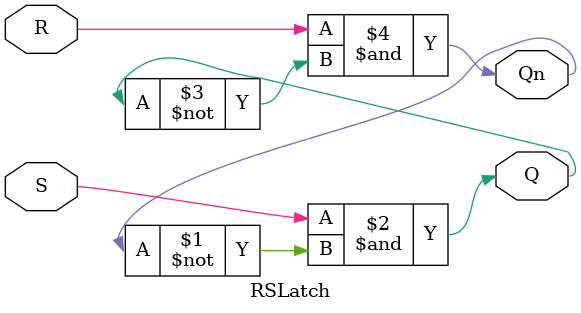
<source format=v>
`timescale 1ns / 1ps
module RSLatch(
    input R,
    input S,
    output Q,
    output Qn
    );

assign Q  = (S &~ Qn);
assign Qn = (R &~ Q);

endmodule

</source>
